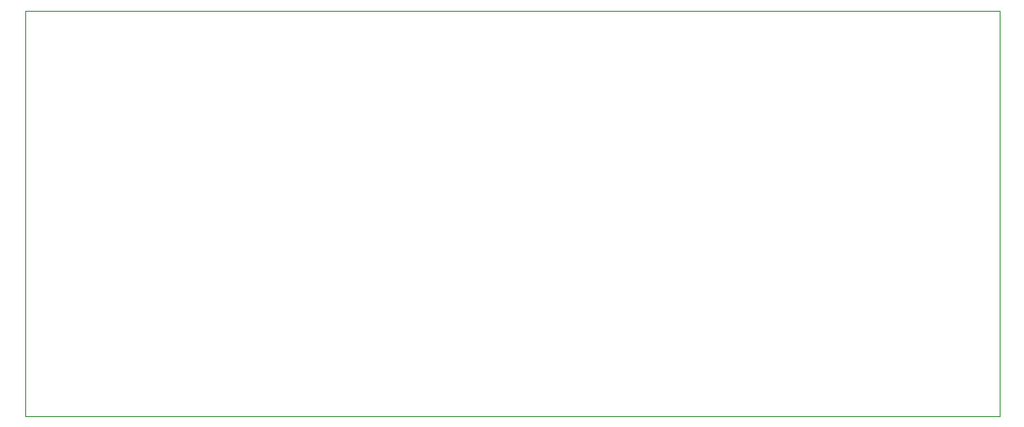
<source format=gm1>
G04 #@! TF.GenerationSoftware,KiCad,Pcbnew,7.0.10*
G04 #@! TF.CreationDate,2024-04-08T00:43:02-04:00*
G04 #@! TF.ProjectId,JokerIteration1,4a6f6b65-7249-4746-9572-6174696f6e31,rev?*
G04 #@! TF.SameCoordinates,Original*
G04 #@! TF.FileFunction,Profile,NP*
%FSLAX46Y46*%
G04 Gerber Fmt 4.6, Leading zero omitted, Abs format (unit mm)*
G04 Created by KiCad (PCBNEW 7.0.10) date 2024-04-08 00:43:02*
%MOMM*%
%LPD*%
G01*
G04 APERTURE LIST*
G04 #@! TA.AperFunction,Profile*
%ADD10C,0.100000*%
G04 #@! TD*
G04 APERTURE END LIST*
D10*
X72390000Y-86360000D02*
X163830000Y-86360000D01*
X163830000Y-124460000D01*
X72390000Y-124460000D01*
X72390000Y-86360000D01*
M02*

</source>
